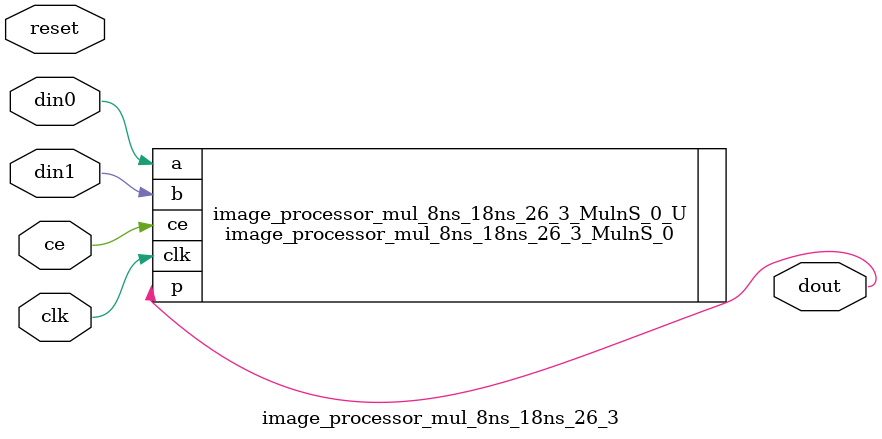
<source format=v>

`timescale 1 ns / 1 ps
module image_processor_mul_8ns_18ns_26_3(
    clk,
    reset,
    ce,
    din0,
    din1,
    dout);

parameter ID = 32'd1;
parameter NUM_STAGE = 32'd1;
parameter din0_WIDTH = 32'd1;
parameter din1_WIDTH = 32'd1;
parameter dout_WIDTH = 32'd1;
input clk;
input reset;
input ce;
input[din0_WIDTH - 1:0] din0;
input[din1_WIDTH - 1:0] din1;
output[dout_WIDTH - 1:0] dout;




image_processor_mul_8ns_18ns_26_3_MulnS_0 image_processor_mul_8ns_18ns_26_3_MulnS_0_U(
    .clk( clk ),
    .ce( ce ),
    .a( din0 ),
    .b( din1 ),
    .p( dout ));

endmodule

</source>
